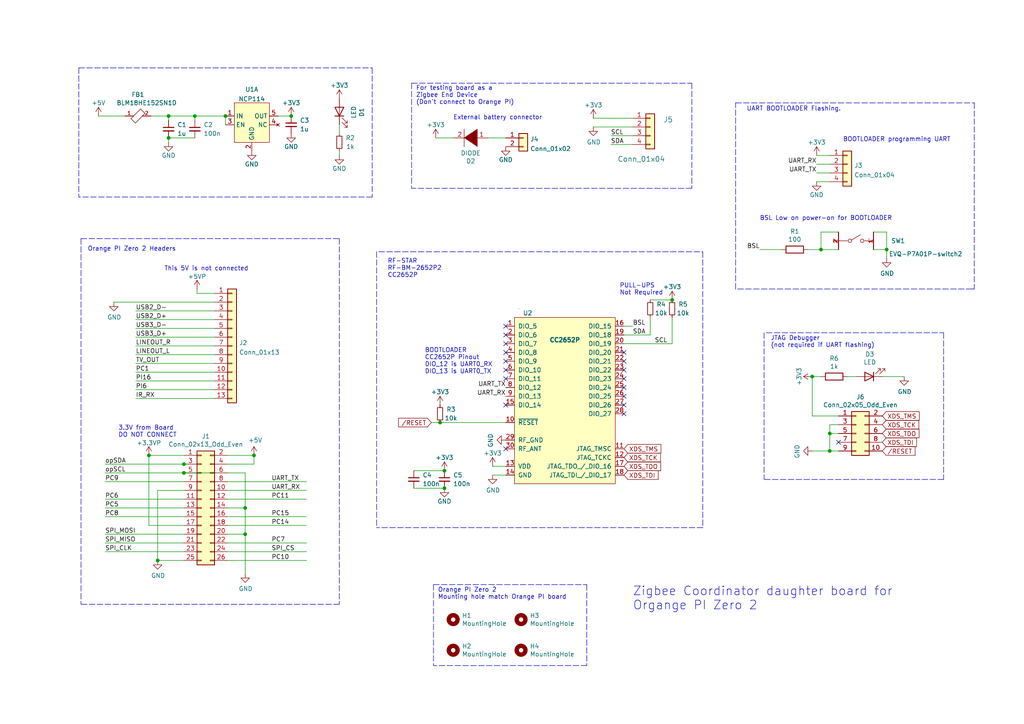
<source format=kicad_sch>
(kicad_sch (version 20211123) (generator eeschema)
  (paper "A4")
  (title_block (title "Zigbee Coordinator CC2562P w/ Orange PI zero 2") (date "2022-01-05"))
  (lib_symbols
    (symbol "Connector_Generic:Conn_01x02" (pin_names (offset 1.016) hide)
      (property "Reference" "J" (at 0 2.54 0))
      (property "Value" "Conn_01x02" (at 0 -5.08 0))
      (symbol "Conn_01x02_1_1"
        (rectangle (start -1.27 -2.413) (end 0 -2.667) (stroke (width 0.1524)))
        (rectangle (start -1.27 0.127) (end 0 -0.127) (stroke (width 0.1524)))
        (rectangle (start -1.27 1.27) (end 1.27 -3.81) (stroke (width 0.254)) (fill (type background)))
        (pin passive line (at -5.08 0 0) (length 3.81) (name "Pin_1") (number "1"))
        (pin passive line (at -5.08 -2.54 0) (length 3.81) (name "Pin_2") (number "2"))
      )
    )
    (symbol "Connector_Generic:Conn_01x04" (pin_names (offset 1.016) hide)
      (property "Reference" "J" (at 0 5.08 0))
      (property "Value" "Conn_01x04" (at 0 -7.62 0))
      (symbol "Conn_01x04_1_1"
        (rectangle (start -1.27 -4.953) (end 0 -5.207) (stroke (width 0.1524)))
        (rectangle (start -1.27 -2.413) (end 0 -2.667) (stroke (width 0.1524)))
        (rectangle (start -1.27 0.127) (end 0 -0.127) (stroke (width 0.1524)))
        (rectangle (start -1.27 2.667) (end 0 2.413) (stroke (width 0.1524)))
        (rectangle (start -1.27 3.81) (end 1.27 -6.35) (stroke (width 0.254)) (fill (type background)))
        (pin passive line (at -5.08 2.54 0) (length 3.81) (name "Pin_1") (number "1"))
        (pin passive line (at -5.08 0 0) (length 3.81) (name "Pin_2") (number "2"))
        (pin passive line (at -5.08 -2.54 0) (length 3.81) (name "Pin_3") (number "3"))
        (pin passive line (at -5.08 -5.08 0) (length 3.81) (name "Pin_4") (number "4"))
      )
    )
    (symbol "Connector_Generic:Conn_01x13" (pin_names (offset 1.016) hide)
      (property "Reference" "J" (at 0 17.78 0))
      (property "Value" "Conn_01x13" (at 0 -17.78 0))
      (symbol "Conn_01x13_1_1"
        (rectangle (start -1.27 -15.113) (end 0 -15.367) (stroke (width 0.1524)))
        (rectangle (start -1.27 -12.573) (end 0 -12.827) (stroke (width 0.1524)))
        (rectangle (start -1.27 -10.033) (end 0 -10.287) (stroke (width 0.1524)))
        (rectangle (start -1.27 -7.493) (end 0 -7.747) (stroke (width 0.1524)))
        (rectangle (start -1.27 -4.953) (end 0 -5.207) (stroke (width 0.1524)))
        (rectangle (start -1.27 -2.413) (end 0 -2.667) (stroke (width 0.1524)))
        (rectangle (start -1.27 0.127) (end 0 -0.127) (stroke (width 0.1524)))
        (rectangle (start -1.27 2.667) (end 0 2.413) (stroke (width 0.1524)))
        (rectangle (start -1.27 5.207) (end 0 4.953) (stroke (width 0.1524)))
        (rectangle (start -1.27 7.747) (end 0 7.493) (stroke (width 0.1524)))
        (rectangle (start -1.27 10.287) (end 0 10.033) (stroke (width 0.1524)))
        (rectangle (start -1.27 12.827) (end 0 12.573) (stroke (width 0.1524)))
        (rectangle (start -1.27 15.367) (end 0 15.113) (stroke (width 0.1524)))
        (rectangle (start -1.27 16.51) (end 1.27 -16.51) (stroke (width 0.254)) (fill (type background)))
        (pin passive line (at -5.08 15.24 0) (length 3.81) (name "Pin_1") (number "1"))
        (pin passive line (at -5.08 -7.62 0) (length 3.81) (name "Pin_10") (number "10"))
        (pin passive line (at -5.08 -10.16 0) (length 3.81) (name "Pin_11") (number "11"))
        (pin passive line (at -5.08 -12.7 0) (length 3.81) (name "Pin_12") (number "12"))
        (pin passive line (at -5.08 -15.24 0) (length 3.81) (name "Pin_13") (number "13"))
        (pin passive line (at -5.08 12.7 0) (length 3.81) (name "Pin_2") (number "2"))
        (pin passive line (at -5.08 10.16 0) (length 3.81) (name "Pin_3") (number "3"))
        (pin passive line (at -5.08 7.62 0) (length 3.81) (name "Pin_4") (number "4"))
        (pin passive line (at -5.08 5.08 0) (length 3.81) (name "Pin_5") (number "5"))
        (pin passive line (at -5.08 2.54 0) (length 3.81) (name "Pin_6") (number "6"))
        (pin passive line (at -5.08 0 0) (length 3.81) (name "Pin_7") (number "7"))
        (pin passive line (at -5.08 -2.54 0) (length 3.81) (name "Pin_8") (number "8"))
        (pin passive line (at -5.08 -5.08 0) (length 3.81) (name "Pin_9") (number "9"))
      )
    )
    (symbol "Connector_Generic:Conn_02x05_Odd_Even" (pin_names (offset 1.016) hide)
      (property "Reference" "J" (at 1.27 7.62 0))
      (property "Value" "Conn_02x05_Odd_Even" (at 1.27 -7.62 0))
      (symbol "Conn_02x05_Odd_Even_1_1"
        (rectangle (start -1.27 -4.953) (end 0 -5.207) (stroke (width 0.1524)))
        (rectangle (start -1.27 -2.413) (end 0 -2.667) (stroke (width 0.1524)))
        (rectangle (start -1.27 0.127) (end 0 -0.127) (stroke (width 0.1524)))
        (rectangle (start -1.27 2.667) (end 0 2.413) (stroke (width 0.1524)))
        (rectangle (start -1.27 5.207) (end 0 4.953) (stroke (width 0.1524)))
        (rectangle (start -1.27 6.35) (end 3.81 -6.35) (stroke (width 0.254)) (fill (type background)))
        (rectangle (start 3.81 -4.953) (end 2.54 -5.207) (stroke (width 0.1524)))
        (rectangle (start 3.81 -2.413) (end 2.54 -2.667) (stroke (width 0.1524)))
        (rectangle (start 3.81 0.127) (end 2.54 -0.127) (stroke (width 0.1524)))
        (rectangle (start 3.81 2.667) (end 2.54 2.413) (stroke (width 0.1524)))
        (rectangle (start 3.81 5.207) (end 2.54 4.953) (stroke (width 0.1524)))
        (pin passive line (at -5.08 5.08 0) (length 3.81) (name "Pin_1") (number "1"))
        (pin passive line (at 7.62 -5.08 180) (length 3.81) (name "Pin_10") (number "10"))
        (pin passive line (at 7.62 5.08 180) (length 3.81) (name "Pin_2") (number "2"))
        (pin passive line (at -5.08 2.54 0) (length 3.81) (name "Pin_3") (number "3"))
        (pin passive line (at 7.62 2.54 180) (length 3.81) (name "Pin_4") (number "4"))
        (pin passive line (at -5.08 0 0) (length 3.81) (name "Pin_5") (number "5"))
        (pin passive line (at 7.62 0 180) (length 3.81) (name "Pin_6") (number "6"))
        (pin passive line (at -5.08 -2.54 0) (length 3.81) (name "Pin_7") (number "7"))
        (pin passive line (at 7.62 -2.54 180) (length 3.81) (name "Pin_8") (number "8"))
        (pin passive line (at -5.08 -5.08 0) (length 3.81) (name "Pin_9") (number "9"))
      )
    )
    (symbol "Connector_Generic:Conn_02x13_Odd_Even" (pin_names (offset 1.016) hide)
      (property "Reference" "J" (at 1.27 17.78 0))
      (property "Value" "Conn_02x13_Odd_Even" (at 1.27 -17.78 0))
      (symbol "Conn_02x13_Odd_Even_1_1"
        (rectangle (start -1.27 -15.113) (end 0 -15.367) (stroke (width 0.1524)))
        (rectangle (start -1.27 -12.573) (end 0 -12.827) (stroke (width 0.1524)))
        (rectangle (start -1.27 -10.033) (end 0 -10.287) (stroke (width 0.1524)))
        (rectangle (start -1.27 -7.493) (end 0 -7.747) (stroke (width 0.1524)))
        (rectangle (start -1.27 -4.953) (end 0 -5.207) (stroke (width 0.1524)))
        (rectangle (start -1.27 -2.413) (end 0 -2.667) (stroke (width 0.1524)))
        (rectangle (start -1.27 0.127) (end 0 -0.127) (stroke (width 0.1524)))
        (rectangle (start -1.27 2.667) (end 0 2.413) (stroke (width 0.1524)))
        (rectangle (start -1.27 5.207) (end 0 4.953) (stroke (width 0.1524)))
        (rectangle (start -1.27 7.747) (end 0 7.493) (stroke (width 0.1524)))
        (rectangle (start -1.27 10.287) (end 0 10.033) (stroke (width 0.1524)))
        (rectangle (start -1.27 12.827) (end 0 12.573) (stroke (width 0.1524)))
        (rectangle (start -1.27 15.367) (end 0 15.113) (stroke (width 0.1524)))
        (rectangle (start -1.27 16.51) (end 3.81 -16.51) (stroke (width 0.254)) (fill (type background)))
        (rectangle (start 3.81 -15.113) (end 2.54 -15.367) (stroke (width 0.1524)))
        (rectangle (start 3.81 -12.573) (end 2.54 -12.827) (stroke (width 0.1524)))
        (rectangle (start 3.81 -10.033) (end 2.54 -10.287) (stroke (width 0.1524)))
        (rectangle (start 3.81 -7.493) (end 2.54 -7.747) (stroke (width 0.1524)))
        (rectangle (start 3.81 -4.953) (end 2.54 -5.207) (stroke (width 0.1524)))
        (rectangle (start 3.81 -2.413) (end 2.54 -2.667) (stroke (width 0.1524)))
        (rectangle (start 3.81 0.127) (end 2.54 -0.127) (stroke (width 0.1524)))
        (rectangle (start 3.81 2.667) (end 2.54 2.413) (stroke (width 0.1524)))
        (rectangle (start 3.81 5.207) (end 2.54 4.953) (stroke (width 0.1524)))
        (rectangle (start 3.81 7.747) (end 2.54 7.493) (stroke (width 0.1524)))
        (rectangle (start 3.81 10.287) (end 2.54 10.033) (stroke (width 0.1524)))
        (rectangle (start 3.81 12.827) (end 2.54 12.573) (stroke (width 0.1524)))
        (rectangle (start 3.81 15.367) (end 2.54 15.113) (stroke (width 0.1524)))
        (pin passive line (at -5.08 15.24 0) (length 3.81) (name "Pin_1") (number "1"))
        (pin passive line (at 7.62 5.08 180) (length 3.81) (name "Pin_10") (number "10"))
        (pin passive line (at -5.08 2.54 0) (length 3.81) (name "Pin_11") (number "11"))
        (pin passive line (at 7.62 2.54 180) (length 3.81) (name "Pin_12") (number "12"))
        (pin passive line (at -5.08 0 0) (length 3.81) (name "Pin_13") (number "13"))
        (pin passive line (at 7.62 0 180) (length 3.81) (name "Pin_14") (number "14"))
        (pin passive line (at -5.08 -2.54 0) (length 3.81) (name "Pin_15") (number "15"))
        (pin passive line (at 7.62 -2.54 180) (length 3.81) (name "Pin_16") (number "16"))
        (pin passive line (at -5.08 -5.08 0) (length 3.81) (name "Pin_17") (number "17"))
        (pin passive line (at 7.62 -5.08 180) (length 3.81) (name "Pin_18") (number "18"))
        (pin passive line (at -5.08 -7.62 0) (length 3.81) (name "Pin_19") (number "19"))
        (pin passive line (at 7.62 15.24 180) (length 3.81) (name "Pin_2") (number "2"))
        (pin passive line (at 7.62 -7.62 180) (length 3.81) (name "Pin_20") (number "20"))
        (pin passive line (at -5.08 -10.16 0) (length 3.81) (name "Pin_21") (number "21"))
        (pin passive line (at 7.62 -10.16 180) (length 3.81) (name "Pin_22") (number "22"))
        (pin passive line (at -5.08 -12.7 0) (length 3.81) (name "Pin_23") (number "23"))
        (pin passive line (at 7.62 -12.7 180) (length 3.81) (name "Pin_24") (number "24"))
        (pin passive line (at -5.08 -15.24 0) (length 3.81) (name "Pin_25") (number "25"))
        (pin passive line (at 7.62 -15.24 180) (length 3.81) (name "Pin_26") (number "26"))
        (pin passive line (at -5.08 12.7 0) (length 3.81) (name "Pin_3") (number "3"))
        (pin passive line (at 7.62 12.7 180) (length 3.81) (name "Pin_4") (number "4"))
        (pin passive line (at -5.08 10.16 0) (length 3.81) (name "Pin_5") (number "5"))
        (pin passive line (at 7.62 10.16 180) (length 3.81) (name "Pin_6") (number "6"))
        (pin passive line (at -5.08 7.62 0) (length 3.81) (name "Pin_7") (number "7"))
        (pin passive line (at 7.62 7.62 180) (length 3.81) (name "Pin_8") (number "8"))
        (pin passive line (at -5.08 5.08 0) (length 3.81) (name "Pin_9") (number "9"))
      )
    )
    (symbol "Device:C_Small" (pin_numbers hide) (pin_names (offset 0.254) hide)
      (property "Reference" "C" (at 0.254 1.778 0))
      (property "Value" "C_Small" (at 0.254 -2.032 0))
      (symbol "C_Small_0_1"
        (polyline (pts (xy -1.524 -0.508) (xy 1.524 -0.508)) (stroke (width 0.3302)))
        (polyline (pts (xy -1.524 0.508) (xy 1.524 0.508)) (stroke (width 0.3048)))
      )
      (symbol "C_Small_1_1"
        (pin passive line (at 0 2.54 270) (length 2.032) (name "~") (number "1"))
        (pin passive line (at 0 -2.54 90) (length 2.032) (name "~") (number "2"))
      )
    )
    (symbol "Device:LED" (pin_numbers hide) (pin_names (offset 1.016) hide)
      (property "Reference" "D" (at 0 2.54 0))
      (property "Value" "LED" (at 0 -2.54 0))
      (symbol "LED_0_1"
        (polyline (pts (xy -1.27 -1.27) (xy -1.27 1.27)) (stroke (width 0.254)))
        (polyline (pts (xy -1.27 0) (xy 1.27 0)))
        (polyline (pts (xy 1.27 -1.27) (xy 1.27 1.27) (xy -1.27 0) (xy 1.27 -1.27)) (stroke (width 0.254)))
        (polyline (pts (xy -3.048 -0.762) (xy -4.572 -2.286) (xy -3.81 -2.286) (xy -4.572 -2.286) (xy -4.572 -1.524)))
        (polyline (pts (xy -1.778 -0.762) (xy -3.302 -2.286) (xy -2.54 -2.286) (xy -3.302 -2.286) (xy -3.302 -1.524)))
      )
      (symbol "LED_1_1"
        (pin passive line (at -3.81 0 0) (length 2.54) (name "K") (number "1"))
        (pin passive line (at 3.81 0 180) (length 2.54) (name "A") (number "2"))
      )
    )
    (symbol "Device:R" (pin_numbers hide) (pin_names (offset 0))
      (property "Reference" "R" (at 2.032 0 90))
      (property "Value" "R" (at 0 0 90))
      (symbol "R_0_1"
        (rectangle (start -1.016 -2.54) (end 1.016 2.54) (stroke (width 0.254)))
      )
      (symbol "R_1_1"
        (pin passive line (at 0 3.81 270) (length 1.27) (name "~") (number "1"))
        (pin passive line (at 0 -3.81 90) (length 1.27) (name "~") (number "2"))
      )
    )
    (symbol "Device:R_Small" (pin_numbers hide) (pin_names (offset 0.254) hide)
      (property "Reference" "R" (at 0.762 0.508 0))
      (property "Value" "R_Small" (at 0.762 -1.016 0))
      (symbol "R_Small_0_1"
        (rectangle (start -0.762 1.778) (end 0.762 -1.778) (stroke (width 0.2032)))
      )
      (symbol "R_Small_1_1"
        (pin passive line (at 0 2.54 270) (length 0.762) (name "~") (number "1"))
        (pin passive line (at 0 -2.54 90) (length 0.762) (name "~") (number "2"))
      )
    )
    (symbol "Mechanical:MountingHole" (pin_names (offset 1.016))
      (property "Reference" "H" (at 0 5.08 0))
      (property "Value" "MountingHole" (at 0 3.175 0))
      (symbol "MountingHole_0_1"
        (circle (center 0 0) (radius 1.27) (stroke (width 1.27)))
      )
    )
    (symbol "cc2652_module_rf_star:EVQ-P7A01P-switch2" (pin_names (offset 1.016))
      (property "Reference" "SW" (at 0 0 0))
      (property "Value" "EVQ-P7A01P-switch2" (at 0 2.54 0))
      (symbol "EVQ-P7A01P-switch2_1_1"
        (polyline (pts (xy 0 -5.08) (xy 2.54 -5.08)))
        (polyline (pts (xy 3.81 -4.826) (xy 6.35 -3.302)))
        (polyline (pts (xy 10.16 -5.08) (xy 7.62 -5.08)))
        (circle (center 3.302 -5.08) (radius 0.508))
        (circle (center 6.858 -5.08) (radius 0.508))
        (pin passive line (at 10.16 -7.62 90) (length 5.08) (name "1") (number "1"))
        (pin passive line (at 10.16 -2.54 270) (length 5.08) (name "1'") (number "1'"))
        (pin passive line (at 0 -7.62 90) (length 5.08) (name "2") (number "2"))
        (pin passive line (at 0 -2.54 270) (length 5.08) (name "2'") (number "2'"))
      )
    )
    (symbol "daughter_board:BLM18HE152SN1D" (pin_names (offset 1.016))
      (property "Reference" "FB" (at 0 5.08 0))
      (property "Value" "BLM18HE152SN1D" (at 0 7.62 0))
      (symbol "BLM18HE152SN1D_1_1"
        (polyline (pts (xy 4.318 -0.762) (xy 7.112 2.032)))
        (polyline (pts (xy 5.588 -2.032) (xy 4.318 -0.762)))
        (polyline (pts (xy 5.588 -2.032) (xy 8.382 0.762)))
        (polyline (pts (xy 7.112 2.032) (xy 8.382 0.762)))
        (pin passive line (at 2.54 0 0) (length 2.54) (name "1") (number "1"))
        (pin passive line (at 10.16 0 180) (length 2.54) (name "2") (number "2"))
      )
    )
    (symbol "power:+3.3V" (power) (pin_names (offset 0))
      (property "Value" "+3.3V" (at 0 3.556 0))
      (symbol "+3.3V_0_1"
        (polyline (pts (xy -0.762 1.27) (xy 0 2.54)))
        (polyline (pts (xy 0 0) (xy 0 2.54)))
        (polyline (pts (xy 0 2.54) (xy 0.762 1.27)))
      )
      (symbol "+3.3V_1_1"
        (pin power_in line (at 0 0 90) (length 0) hide (name "+3V3") (number "1"))
      )
    )
    (symbol "power:+3.3VP" (power) (pin_names (offset 0))
      (property "Value" "+3.3VP" (at 0 2.54 0))
      (symbol "+3.3VP_0_0"
        (pin power_in line (at 0 0 90) (length 0) hide (name "+3.3VP") (number "1"))
      )
      (symbol "+3.3VP_0_1"
        (polyline (pts (xy -0.762 1.27) (xy 0 2.54)))
        (polyline (pts (xy 0 0) (xy 0 2.54)))
        (polyline (pts (xy 0 2.54) (xy 0.762 1.27)))
      )
    )
    (symbol "power:+5V" (power) (pin_names (offset 0))
      (property "Value" "+5V" (at 0 3.556 0))
      (symbol "+5V_0_1"
        (polyline (pts (xy -0.762 1.27) (xy 0 2.54)))
        (polyline (pts (xy 0 0) (xy 0 2.54)))
        (polyline (pts (xy 0 2.54) (xy 0.762 1.27)))
      )
      (symbol "+5V_1_1"
        (pin power_in line (at 0 0 90) (length 0) hide (name "+5V") (number "1"))
      )
    )
    (symbol "power:+5VP" (power) (pin_names (offset 0))
      (property "Value" "+5VP" (at 0 3.556 0))
      (symbol "+5VP_0_1"
        (polyline (pts (xy -0.762 1.27) (xy 0 2.54)))
        (polyline (pts (xy 0 0) (xy 0 2.54)))
        (polyline (pts (xy 0 2.54) (xy 0.762 1.27)))
      )
      (symbol "+5VP_1_1"
        (pin power_in line (at 0 0 90) (length 0) hide (name "+5VP") (number "1"))
      )
    )
    (symbol "power:GND" (power) (pin_names (offset 0))
      (property "Value" "GND" (at 0 -3.81 0))
      (symbol "GND_0_1"
        (polyline (pts (xy 0 0) (xy 0 -1.27) (xy 1.27 -1.27) (xy 0 -2.54) (xy -1.27 -1.27) (xy 0 -1.27)))
      )
      (symbol "GND_1_1"
        (pin power_in line (at 0 0 270) (length 0) hide (name "GND") (number "1"))
      )
    )
    (symbol "pspice:DIODE" (pin_names (offset 1.016) hide)
      (property "Reference" "D" (at 0 3.81 0))
      (property "Value" "DIODE" (at 0 -4.445 0))
      (symbol "DIODE_0_1"
        (polyline (pts (xy 1.905 2.54) (xy 1.905 -2.54)))
        (polyline (pts (xy -1.905 2.54) (xy -1.905 -2.54) (xy 1.905 0)) (fill (type outline)))
      )
      (symbol "DIODE_1_1"
        (pin input line (at -5.08 0 0) (length 3.81) (name "K") (number "1"))
        (pin input line (at 5.08 0 180) (length 3.81) (name "A") (number "2"))
      )
    )
    (symbol "sensorlab:CC2652P" (pin_names (offset 1.016))
      (property "Reference" "U?" (at -10.16 22.86 0))
      (property "Value" "CC2652P" (at 0.635 15.0688 0))
      (symbol "CC2652P_0_1"
        (rectangle (start -13.97 21.59) (end 15.24 -26.67) (fill (type background)))
        (rectangle (start -12.7 24.13) (end -12.7 24.13))
      )
      (symbol "CC2652P_1_1"
        (pin bidirectional line (at -16.51 19.05 0) (length 2.54) (name "DIO_5") (number "1"))
        (pin input line (at -16.51 -8.89 0) (length 2.54) (name "~{RESET}") (number "10"))
        (pin bidirectional line (at 17.78 -16.51 180) (length 2.54) (name "JTAG_TMSC") (number "11"))
        (pin input line (at 17.78 -19.05 180) (length 2.54) (name "JTAG_TCKC") (number "12"))
        (pin input line (at -16.51 -21.59 0) (length 2.54) (name "VDD") (number "13"))
        (pin input line (at -16.51 -24.13 0) (length 2.54) (name "GND") (number "14"))
        (pin bidirectional line (at -16.51 -3.81 0) (length 2.54) (name "DIO_14") (number "15"))
        (pin bidirectional line (at 17.78 19.05 180) (length 2.54) (name "DIO_15") (number "16"))
        (pin bidirectional line (at 17.78 -21.59 180) (length 2.54) (name "JTAG_TDO_/_DIO_16") (number "17"))
        (pin bidirectional line (at 17.78 -24.13 180) (length 2.54) (name "JTAG_TDI_/_DIO_17") (number "18"))
        (pin bidirectional line (at 17.78 16.51 180) (length 2.54) (name "DIO_18") (number "19"))
        (pin bidirectional line (at -16.51 16.51 0) (length 2.54) (name "DIO_6") (number "2"))
        (pin bidirectional line (at 17.78 13.97 180) (length 2.54) (name "DIO_19") (number "20"))
        (pin bidirectional line (at 17.78 11.43 180) (length 2.54) (name "DIO_20") (number "21"))
        (pin bidirectional line (at 17.78 8.89 180) (length 2.54) (name "DIO_21") (number "22"))
        (pin bidirectional line (at 17.78 6.35 180) (length 2.54) (name "DIO_22") (number "23"))
        (pin bidirectional line (at 17.78 3.81 180) (length 2.54) (name "DIO_23") (number "24"))
        (pin bidirectional line (at 17.78 1.27 180) (length 2.54) (name "DIO_24") (number "25"))
        (pin bidirectional line (at 17.78 -1.27 180) (length 2.54) (name "DIO_25") (number "26"))
        (pin bidirectional line (at 17.78 -3.81 180) (length 2.54) (name "DIO_26") (number "27"))
        (pin bidirectional line (at 17.78 -6.35 180) (length 2.54) (name "DIO_27") (number "28"))
        (pin bidirectional line (at -16.51 -13.97 0) (length 2.54) (name "RF_GND") (number "29"))
        (pin bidirectional line (at -16.51 13.97 0) (length 2.54) (name "DIO_7") (number "3"))
        (pin bidirectional line (at -16.51 -16.51 0) (length 2.54) (name "RF_ANT") (number "30"))
        (pin bidirectional line (at -16.51 11.43 0) (length 2.54) (name "DIO_8") (number "4"))
        (pin bidirectional line (at -16.51 8.89 0) (length 2.54) (name "DIO_9") (number "5"))
        (pin bidirectional line (at -16.51 6.35 0) (length 2.54) (name "DIO_10") (number "6"))
        (pin bidirectional line (at -16.51 3.81 0) (length 2.54) (name "DIO_11") (number "7"))
        (pin bidirectional line (at -16.51 1.27 0) (length 2.54) (name "DIO_12") (number "8"))
        (pin bidirectional line (at -16.51 -1.27 0) (length 2.54) (name "DIO_13") (number "9"))
      )
    )
    (symbol "sensorlab:NCP114"
      (property "Reference" "U" (at -2.54 1.27 0))
      (property "Value" "NCP114" (at 1.27 -1.27 0))
      (symbol "NCP114_0_1"
        (rectangle (start -3.81 0) (end 6.35 -11.43) (stroke (width 0.1524)) (fill (type background)))
      )
      (symbol "NCP114_1_1"
        (pin power_in line (at -6.35 -3.81 0) (length 2.54) (name "IN") (number "1"))
        (pin output line (at 1.27 -13.97 90) (length 2.54) (name "GND") (number "2"))
        (pin input line (at -6.35 -6.35 0) (length 2.54) (name "EN") (number "3"))
        (pin no_connect line (at 8.89 -6.35 180) (length 2.54) (name "NC") (number "4"))
        (pin power_out line (at 8.89 -3.81 180) (length 2.54) (name "OUT") (number "5"))
      )
      (symbol "NCP114_2_1"
        (pin power_in line (at -6.35 -3.81 0) (length 2.54) (name "IN") (number "1-UB"))
        (pin input line (at -6.35 -6.35 0) (length 2.54) (name "EN") (number "2-UB"))
        (pin output line (at 1.27 -13.97 90) (length 2.54) (name "GND") (number "2-UB"))
        (pin no_connect line (at 8.89 -6.35 180) (length 2.54) (name "NC") (number "4-UB"))
        (pin power_out line (at 8.89 -3.81 180) (length 2.54) (name "OUT") (number "5-UB"))
      )
      (symbol "NCP114_3_1"
        (pin power_in line (at -6.35 -3.81 0) (length 2.54) (name "IN") (number "1-UC"))
        (pin input line (at -6.35 -6.35 0) (length 2.54) (name "EN") (number "2-UC"))
        (pin output line (at 1.27 -13.97 90) (length 2.54) (name "GND") (number "2-UC"))
        (pin no_connect line (at 8.89 -6.35 180) (length 2.54) (name "NC") (number "4-UC"))
        (pin power_out line (at 8.89 -3.81 180) (length 2.54) (name "OUT") (number "5-UC"))
      )
      (symbol "NCP114_4_1"
        (pin power_in line (at -6.35 -3.81 0) (length 2.54) (name "IN") (number "1-UD"))
        (pin input line (at -6.35 -6.35 0) (length 2.54) (name "EN") (number "2-UD"))
        (pin output line (at 1.27 -13.97 90) (length 2.54) (name "GND") (number "2-UD"))
        (pin no_connect line (at 8.89 -6.35 180) (length 2.54) (name "NC") (number "4-UD"))
        (pin power_out line (at 8.89 -3.81 180) (length 2.54) (name "OUT") (number "5-UD"))
      )
      (symbol "NCP114_5_1"
        (pin power_in line (at -6.35 -3.81 0) (length 2.54) (name "IN") (number "1-UE"))
        (pin input line (at -6.35 -6.35 0) (length 2.54) (name "EN") (number "2-UE"))
        (pin output line (at 1.27 -13.97 90) (length 2.54) (name "GND") (number "2-UE"))
        (pin no_connect line (at 8.89 -6.35 180) (length 2.54) (name "NC") (number "4-UE"))
        (pin power_out line (at 8.89 -3.81 180) (length 2.54) (name "OUT") (number "5-UE"))
      )
    )
  )
  (junction (at 71.12 147.32))
  (junction (at 194.945 86.995))
  (junction (at 43.18 132.08))
  (junction (at 235.585 109.22))
  (junction (at 53.34 134.62))
  (junction (at 240.665 125.73))
  (junction (at 128.905 136.525))
  (junction (at 71.12 154.94))
  (junction (at 128.905 141.605))
  (junction (at 48.895 33.655))
  (junction (at 127.635 122.555))
  (junction (at 65.405 33.655))
  (junction (at 257.175 72.39))
  (junction (at 84.455 33.655))
  (junction (at 45.72 162.56))
  (junction (at 56.515 33.655))
  (junction (at 73.66 132.08))
  (junction (at 240.665 130.81))
  (junction (at 53.34 137.16))
  (junction (at 48.895 40.005))
  (junction (at 238.125 72.39))
  (no_connect (at 146.685 107.315))
  (no_connect (at 146.685 97.155))
  (no_connect (at 146.685 104.775))
  (no_connect (at 146.685 99.695))
  (no_connect (at 146.685 94.615))
  (no_connect (at 146.685 102.235))
  (no_connect (at 146.685 109.855))
  (no_connect (at 146.685 117.475))
  (no_connect (at 180.975 104.775))
  (no_connect (at 180.975 107.315))
  (no_connect (at 180.975 109.855))
  (no_connect (at 180.975 120.015))
  (no_connect (at 180.975 114.935))
  (no_connect (at 180.975 112.395))
  (no_connect (at 180.975 117.475))
  (no_connect (at 243.205 128.27))
  (no_connect (at 180.975 102.235))
  (no_connect (at 146.685 130.175))
  (wire (pts (xy 236.855 45.085) (xy 240.665 45.085)))
  (wire (pts (xy 177.165 39.37) (xy 183.515 39.37)))
  (polyline (pts (xy 119.38 24.13) (xy 200.66 24.13)))
  (polyline (pts (xy 213.36 83.82) (xy 213.36 29.845)))
  (polyline (pts (xy 98.425 175.26) (xy 23.495 175.26)))
  (wire (pts (xy 88.9 162.56) (xy 66.04 162.56)))
  (wire (pts (xy 30.48 134.62) (xy 53.34 134.62)))
  (wire (pts (xy 125.095 122.555) (xy 127.635 122.555)))
  (wire (pts (xy 56.515 33.655) (xy 65.405 33.655)))
  (wire (pts (xy 66.04 134.62) (xy 73.66 134.62)))
  (wire (pts (xy 131.445 40.005) (xy 126.365 40.005)))
  (polyline (pts (xy 109.22 73.025) (xy 109.22 153.035)))
  (wire (pts (xy 56.515 33.655) (xy 56.515 34.925)))
  (wire (pts (xy 235.585 109.22) (xy 238.125 109.22)))
  (polyline (pts (xy 200.66 54.61) (xy 119.38 54.61)))
  (polyline (pts (xy 23.495 69.215) (xy 23.495 175.26)))
  (wire (pts (xy 243.205 130.81) (xy 240.665 130.81)))
  (wire (pts (xy 235.585 130.81) (xy 240.665 130.81)))
  (wire (pts (xy 177.165 41.91) (xy 183.515 41.91)))
  (wire (pts (xy 45.72 142.24) (xy 53.34 142.24)))
  (wire (pts (xy 62.23 105.41) (xy 39.37 105.41)))
  (wire (pts (xy 88.9 152.4) (xy 66.04 152.4)))
  (wire (pts (xy 180.975 99.695) (xy 194.945 99.695)))
  (wire (pts (xy 71.12 147.32) (xy 71.12 137.16)))
  (wire (pts (xy 243.205 123.19) (xy 240.665 123.19)))
  (polyline (pts (xy 22.86 19.685) (xy 22.86 57.15)))
  (wire (pts (xy 48.895 33.655) (xy 56.515 33.655)))
  (wire (pts (xy 30.48 137.16) (xy 53.34 137.16)))
  (wire (pts (xy 62.23 102.87) (xy 39.37 102.87)))
  (wire (pts (xy 71.12 137.16) (xy 66.04 137.16)))
  (wire (pts (xy 71.12 154.94) (xy 71.12 147.32)))
  (wire (pts (xy 240.665 123.19) (xy 240.665 125.73)))
  (wire (pts (xy 127.635 122.555) (xy 146.685 122.555)))
  (polyline (pts (xy 109.855 73.025) (xy 203.835 73.025)))
  (wire (pts (xy 236.855 47.625) (xy 240.665 47.625)))
  (wire (pts (xy 65.405 33.655) (xy 65.405 36.195)))
  (wire (pts (xy 88.9 160.02) (xy 66.04 160.02)))
  (polyline (pts (xy 213.36 29.845) (xy 282.575 29.845)))
  (wire (pts (xy 88.9 142.24) (xy 66.04 142.24)))
  (polyline (pts (xy 200.66 24.13) (xy 200.66 54.61)))
  (wire (pts (xy 62.23 115.57) (xy 39.37 115.57)))
  (polyline (pts (xy 221.615 96.52) (xy 221.615 139.065)))
  (wire (pts (xy 43.18 132.08) (xy 53.34 132.08)))
  (wire (pts (xy 188.595 97.155) (xy 180.975 97.155)))
  (wire (pts (xy 142.875 137.795) (xy 146.685 137.795)))
  (polyline (pts (xy 273.685 96.52) (xy 273.685 139.065)))
  (wire (pts (xy 73.66 132.08) (xy 66.04 132.08)))
  (polyline (pts (xy 222.25 96.52) (xy 273.685 96.52)))
  (wire (pts (xy 53.34 160.02) (xy 30.48 160.02)))
  (wire (pts (xy 255.905 109.22) (xy 262.255 109.22)))
  (wire (pts (xy 71.12 154.94) (xy 66.04 154.94)))
  (wire (pts (xy 253.365 72.39) (xy 257.175 72.39)))
  (polyline (pts (xy 22.86 19.685) (xy 107.95 19.685)))
  (wire (pts (xy 54.61 134.62) (xy 53.34 134.62)))
  (wire (pts (xy 240.665 125.73) (xy 240.665 130.81)))
  (wire (pts (xy 142.875 135.255) (xy 146.685 135.255)))
  (wire (pts (xy 234.315 72.39) (xy 238.125 72.39)))
  (wire (pts (xy 62.23 90.17) (xy 39.37 90.17)))
  (polyline (pts (xy 23.495 69.215) (xy 98.425 69.215)))
  (wire (pts (xy 57.15 85.09) (xy 57.15 83.82)))
  (wire (pts (xy 62.23 92.71) (xy 39.37 92.71)))
  (polyline (pts (xy 203.835 153.035) (xy 109.22 153.035)))
  (wire (pts (xy 53.34 149.86) (xy 30.48 149.86)))
  (polyline (pts (xy 170.18 169.545) (xy 170.18 193.04)))
  (wire (pts (xy 88.9 139.7) (xy 66.04 139.7)))
  (polyline (pts (xy 281.94 83.82) (xy 282.575 83.82)))
  (wire (pts (xy 71.12 166.37) (xy 71.12 154.94)))
  (wire (pts (xy 88.9 157.48) (xy 66.04 157.48)))
  (wire (pts (xy 53.34 154.94) (xy 30.48 154.94)))
  (wire (pts (xy 48.895 34.925) (xy 48.895 33.655)))
  (polyline (pts (xy 107.95 57.15) (xy 22.86 57.15)))
  (polyline (pts (xy 98.425 69.215) (xy 98.425 175.26)))
  (wire (pts (xy 45.72 162.56) (xy 45.72 142.24)))
  (wire (pts (xy 245.745 109.22) (xy 248.285 109.22)))
  (wire (pts (xy 33.02 87.63) (xy 62.23 87.63)))
  (wire (pts (xy 48.895 41.275) (xy 48.895 40.005)))
  (wire (pts (xy 53.34 147.32) (xy 30.48 147.32)))
  (wire (pts (xy 62.23 113.03) (xy 39.37 113.03)))
  (wire (pts (xy 238.125 72.39) (xy 243.205 72.39)))
  (wire (pts (xy 235.585 120.65) (xy 243.205 120.65)))
  (wire (pts (xy 98.425 45.085) (xy 98.425 43.815)))
  (polyline (pts (xy 282.575 29.845) (xy 282.575 83.82)))
  (wire (pts (xy 45.72 162.56) (xy 53.34 162.56)))
  (wire (pts (xy 73.66 134.62) (xy 73.66 132.08)))
  (wire (pts (xy 88.9 149.86) (xy 66.04 149.86)))
  (wire (pts (xy 243.205 67.31) (xy 238.125 67.31)))
  (wire (pts (xy 226.695 72.39) (xy 220.345 72.39)))
  (wire (pts (xy 172.085 34.29) (xy 183.515 34.29)))
  (wire (pts (xy 71.12 147.32) (xy 66.04 147.32)))
  (wire (pts (xy 180.975 94.615) (xy 183.515 94.615)))
  (wire (pts (xy 188.595 86.995) (xy 194.945 86.995)))
  (wire (pts (xy 194.945 92.075) (xy 194.945 99.695)))
  (polyline (pts (xy 203.835 73.025) (xy 203.835 153.035)))
  (wire (pts (xy 53.34 139.7) (xy 30.48 139.7)))
  (polyline (pts (xy 119.38 24.13) (xy 119.38 54.61)))
  (wire (pts (xy 48.895 40.005) (xy 56.515 40.005)))
  (wire (pts (xy 257.175 72.39) (xy 257.175 74.93)))
  (wire (pts (xy 243.205 125.73) (xy 240.665 125.73)))
  (wire (pts (xy 238.125 67.31) (xy 238.125 72.39)))
  (wire (pts (xy 62.23 137.16) (xy 53.34 137.16)))
  (wire (pts (xy 53.34 157.48) (xy 30.48 157.48)))
  (polyline (pts (xy 281.94 83.82) (xy 213.36 83.82)))
  (wire (pts (xy 98.425 36.195) (xy 98.425 38.735)))
  (polyline (pts (xy 170.18 193.04) (xy 125.73 193.04)))
  (wire (pts (xy 62.23 85.09) (xy 57.15 85.09)))
  (polyline (pts (xy 273.685 139.065) (xy 221.615 139.065)))
  (wire (pts (xy 172.085 36.83) (xy 183.515 36.83)))
  (wire (pts (xy 236.855 50.165) (xy 240.665 50.165)))
  (polyline (pts (xy 125.73 169.545) (xy 125.73 193.04)))
  (wire (pts (xy 62.23 110.49) (xy 39.37 110.49)))
  (wire (pts (xy 62.23 107.95) (xy 39.37 107.95)))
  (wire (pts (xy 146.685 40.005) (xy 141.605 40.005)))
  (polyline (pts (xy 125.73 169.545) (xy 170.18 169.545)))
  (wire (pts (xy 62.23 100.33) (xy 39.37 100.33)))
  (wire (pts (xy 48.895 33.655) (xy 43.815 33.655)))
  (wire (pts (xy 62.23 95.25) (xy 39.37 95.25)))
  (wire (pts (xy 120.015 136.525) (xy 128.905 136.525)))
  (wire (pts (xy 53.34 152.4) (xy 43.18 152.4)))
  (wire (pts (xy 88.9 144.78) (xy 66.04 144.78)))
  (wire (pts (xy 43.18 152.4) (xy 43.18 132.08)))
  (wire (pts (xy 84.455 33.655) (xy 80.645 33.655)))
  (wire (pts (xy 62.23 97.79) (xy 39.37 97.79)))
  (wire (pts (xy 188.595 92.075) (xy 188.595 97.155)))
  (wire (pts (xy 28.575 33.655) (xy 36.195 33.655)))
  (wire (pts (xy 257.175 67.31) (xy 257.175 72.39)))
  (wire (pts (xy 53.34 144.78) (xy 30.48 144.78)))
  (wire (pts (xy 120.015 141.605) (xy 128.905 141.605)))
  (wire (pts (xy 235.585 109.22) (xy 235.585 120.65)))
  (polyline (pts (xy 107.95 19.685) (xy 107.95 57.15)))
  (wire (pts (xy 253.365 67.31) (xy 257.175 67.31)))
  (wire (pts (xy 236.855 52.705) (xy 240.665 52.705)))
  (text "Zigbee Coordinator daughter board for\nOrgange PI Zero 2 \n" (at 183.515 177.165 0) (effects (font (size 2.54 2.54)) (justify left bottom)))
  (text "BOOTLOADER\nCC2652P Pinout\nDIO_12 is UART0_RX\nDIO_13 is UART0_TX" (at 123.19 108.585 0) (effects (font (size 1.27 1.27)) (justify left bottom)))
  (text "Orange PI Zero 2 Headers" (at 25.4 73.025 0) (effects (font (size 1.27 1.27)) (justify left bottom)))
  (text "For testing board as a\nZigbee End Device\n(Don't connect to Orange PI)" (at 120.65 30.48 0) (effects (font (size 1.27 1.27)) (justify left bottom)))
  (text "UART BOOTLOADER Flashing." (at 216.535 32.385 0) (effects (font (size 1.27 1.27)) (justify left bottom)))
  (text "3.3V from Board \nDO NOT CONNECT" (at 34.29 127 0) (effects (font (size 1.27 1.27)) (justify left bottom)))
  (text "JTAG Debugger \n(not required if UART flashing)" (at 223.52 100.965 0) (effects (font (size 1.27 1.27)) (justify left bottom)))
  (text "BOOTLOADER programming UART" (at 244.475 41.275 0) (effects (font (size 1.27 1.27)) (justify left bottom)))
  (text "RF-STAR \nRF-BM-2652P2\nCC2652P" (at 112.395 80.645 0) (effects (font (size 1.27 1.27)) (justify left bottom)))
  (text "External battery connector" (at 131.445 34.925 0) (effects (font (size 1.27 1.27)) (justify left bottom)))
  (text "Orange PI Zero 2\nMounting hole match Orange PI board" (at 127 173.99 0) (effects (font (size 1.27 1.27)) (justify left bottom)))
  (text "This 5V is not connected" (at 47.625 78.74 0) (effects (font (size 1.27 1.27)) (justify left bottom)))
  (text "PULL-UPS\nNot Required" (at 179.705 85.725 0) (effects (font (size 1.27 1.27)) (justify left bottom)))
  (text "BSL Low on power-on for BOOTLOADER" (at 220.345 64.135 0) (effects (font (size 1.27 1.27)) (justify left bottom)))
  (label "LINEOUT_R" (at 39.37 100.33 0))
  (label "PC14" (at 78.74 152.4 0))
  (label "UART_TX" (at 146.685 112.395 180))
  (label "PC6" (at 30.48 144.78 0))
  (label "USB2_D+" (at 39.37 92.71 0))
  (label "BSL" (at 183.515 94.615 0))
  (label "PI6" (at 39.37 113.03 0))
  (label "PC10" (at 78.74 162.56 0))
  (label "USB3_D-" (at 39.37 95.25 0))
  (label "SCL" (at 189.865 99.695 0))
  (label "LINEOUT_L" (at 39.37 102.87 0))
  (label "PI16" (at 39.37 110.49 0))
  (label "SDA" (at 183.515 97.155 0))
  (label "UART_TX" (at 78.74 139.7 0))
  (label "TV_OUT" (at 39.37 105.41 0))
  (label "USB3_D+" (at 39.37 97.79 0))
  (label "UART_RX" (at 236.855 47.625 180))
  (label "UART_RX" (at 146.685 114.935 180))
  (label "SPI_MISO" (at 30.48 157.48 0))
  (label "SPI_CS" (at 78.74 160.02 0))
  (label "SCL" (at 177.165 39.37 0))
  (label "IR_RX" (at 39.37 115.57 0))
  (label "opSCL" (at 30.48 137.16 0))
  (label "SPI_MOSI" (at 30.48 154.94 0))
  (label "UART_RX" (at 78.74 142.24 0))
  (label "PC5" (at 30.48 147.32 0))
  (label "UART_TX" (at 236.855 50.165 180))
  (label "opSDA" (at 30.48 134.62 0))
  (label "SDA" (at 177.165 41.91 0))
  (label "PC8" (at 30.48 149.86 0))
  (label "PC15" (at 78.74 149.86 0))
  (label "PC9" (at 30.48 139.7 0))
  (label "SPI_CLK" (at 30.48 160.02 0))
  (label "PC7" (at 78.74 157.48 0))
  (label "PC1" (at 39.37 107.95 0))
  (label "USB2_D-" (at 39.37 90.17 0))
  (label "PC11" (at 78.74 144.78 0))
  (label "BSL" (at 220.345 72.39 180))
  (global_label "XDS_TCK" (shape input) (at 255.905 123.19 0) (property "Intersheet References" "${INTERSHEET_REFS}" (effects hide)))
  (global_label "XDS_TMS" (shape input) (at 255.905 120.65 0) (property "Intersheet References" "${INTERSHEET_REFS}" (effects hide)))
  (global_label "{slash}RESET" (shape input) (at 125.095 122.555 180) (property "Intersheet References" "${INTERSHEET_REFS}" (effects hide)))
  (global_label "XDS_TDI" (shape input) (at 180.975 137.795 0) (property "Intersheet References" "${INTERSHEET_REFS}" (effects hide)))
  (global_label "XDS_TCK" (shape input) (at 180.975 132.715 0) (property "Intersheet References" "${INTERSHEET_REFS}" (effects hide)))
  (global_label "XDS_TMS" (shape input) (at 180.975 130.175 0) (property "Intersheet References" "${INTERSHEET_REFS}" (effects hide)))
  (global_label "XDS_TDO" (shape input) (at 255.905 125.73 0) (property "Intersheet References" "${INTERSHEET_REFS}" (effects hide)))
  (global_label "XDS_TDO" (shape input) (at 180.975 135.255 0) (property "Intersheet References" "${INTERSHEET_REFS}" (effects hide)))
  (global_label "XDS_TDI" (shape input) (at 255.905 128.27 0) (property "Intersheet References" "${INTERSHEET_REFS}" (effects hide)))
  (global_label "{slash}RESET" (shape input) (at 255.905 130.81 0) (property "Intersheet References" "${INTERSHEET_REFS}" (effects hide)))
  (symbol (lib_id "power:+3.3V") (at 172.085 34.29 0) (unit 1)
    (property "Reference" "#PWR026" (effects hide))
    (property "Value" "+3.3V" (at 172.085 30.48 0))
  )
  (symbol (lib_id "cc2652_module_rf_star:EVQ-P7A01P-switch2") (at 243.205 64.77 0) (unit 1)
    (property "Reference" "SW1" (at 258.445 69.85 0) (effects (justify left)))
    (property "Value" "EVQ-P7A01P-switch2" (at 257.81 73.66 0) (effects (justify left)))
    (property "Footprint" "daughter_board:Panasonic-EVQ-P7A01P-0-0-MFG" (effects hide))
    (property "Datasheet" "https://industrial.panasonic.com/cdbs/www-data/pdf/ATK0000/ATK0000C378.pdf" (effects hide))
    (property "automotive" "No" (effects hide))
    (property "category" "Switch" (effects hide))
    (property "contact current rating" "50mA" (effects hide))
    (property "contact resistance" "500mΩ" (effects hide))
    (property "device class L1" "Electromechanical" (effects hide))
    (property "device class L2" "Switches" (effects hide))
    (property "device class L3" "Tactile Switches" (effects hide))
    (property "digikey description" "SWITCH TACTILE SPST-NO 0.05A 12V" (effects hide))
    (property "digikey part number" "P16763CT-ND" (effects hide))
    (property "electromechanical life" "100000Cycles" (effects hide))
    (property "height" "1.55mm" (effects hide))
    (property "lead free" "Yes" (effects hide))
    (property "library id" "2f293019bba4f771" (effects hide))
    (property "manufacturer" "Panasonic" (effects hide))
    (property "mount" "Surface Mount" (effects hide))
    (property "mouser description" "SWITCH TACTILE SPST-NO 0.05A 12V" (effects hide))
    (property "mouser part number" "667-EVQP7A01P" (effects hide))
    (property "operating force" "2.2N" (effects hide))
    (property "package" "SMT_SW_3MM5_2MM9" (effects hide))
    (property "rohs" "Yes" (effects hide))
    (property "temperature range high" "+70°C" (effects hide))
    (property "temperature range low" "-20°C" (effects hide))
    (property "throw configuration" "SPST-NO" (effects hide))
    (property "voltage rating DC" "12V" (effects hide))
  )
  (symbol (lib_id "pspice:DIODE") (at 136.525 40.005 180) (unit 1)
    (property "Reference" "D2" (at 136.525 46.736 0))
    (property "Value" "DIODE" (at 136.525 44.4246 0))
    (property "Footprint" "daughter_board:SOD-123FL" (effects hide))
  )
  (symbol (lib_id "power:+5VP") (at 57.15 83.82 0) (unit 1)
    (property "Reference" "#PWR0101" (effects hide))
    (property "Value" "+5VP" (at 57.15 80.2155 0))
  )
  (symbol (lib_id "power:GND") (at 98.425 45.085 0) (unit 1)
    (property "Reference" "#PWR013" (effects hide))
    (property "Value" "GND" (at 98.425 48.895 0))
  )
  (symbol (lib_id "Device:C_Small") (at 56.515 37.465 0) (unit 1)
    (property "Reference" "C2" (at 59.055 36.195 0) (effects (justify left)))
    (property "Value" "100n" (at 59.055 38.735 0) (effects (justify left)))
    (property "Footprint" "Capacitor_SMD:C_0805_2012Metric" (effects hide))
    (property "LCSC Part #" "C13585" (effects hide))
  )
  (symbol (lib_id "Mechanical:MountingHole") (at 131.445 188.595 0) (unit 1)
    (property "Reference" "H2" (at 133.985 187.4266 0) (effects (justify left)))
    (property "Value" "MountingHole" (at 133.985 189.738 0) (effects (justify left)))
    (property "Footprint" "MountingHole:MountingHole_2.7mm_M2.5_ISO14580_Pad" (effects hide))
  )
  (symbol (lib_id "Connector_Generic:Conn_02x13_Odd_Even") (at 58.42 147.32 0) (unit 1)
    (property "Reference" "J1" (at 59.69 126.5682 0))
    (property "Value" "Conn_02x13_Odd_Even" (at 59.69 128.8796 0))
    (property "Footprint" "Connector_PinHeader_2.54mm:PinHeader_2x13_P2.54mm_Vertical" (effects hide))
  )
  (symbol (lib_id "power:+3.3V") (at 128.905 136.525 0) (unit 1)
    (property "Reference" "#PWR015" (effects hide))
    (property "Value" "+3.3V" (at 128.905 132.715 0))
  )
  (symbol (lib_id "power:+3.3V") (at 127.635 117.475 0) (unit 1)
    (property "Reference" "#PWR014" (effects hide))
    (property "Value" "+3.3V" (at 127.635 113.665 0))
  )
  (symbol (lib_id "Device:R") (at 241.935 109.22 270) (unit 1)
    (property "Reference" "R6" (at 241.935 103.9622 90))
    (property "Value" "1k" (at 241.935 106.2736 90))
    (property "Footprint" "Resistor_SMD:R_0805_2012Metric" (effects hide))
  )
  (symbol (lib_id "power:+3.3V") (at 235.585 109.22 90) (unit 1)
    (property "Reference" "#PWR028" (effects hide))
    (property "Value" "+3.3V" (at 231.775 109.22 0))
  )
  (symbol (lib_id "Mechanical:MountingHole") (at 131.445 179.705 0) (unit 1)
    (property "Reference" "H1" (at 133.985 178.5366 0) (effects (justify left)))
    (property "Value" "MountingHole" (at 133.985 180.848 0) (effects (justify left)))
    (property "Footprint" "MountingHole:MountingHole_2.7mm_M2.5_ISO14580_Pad" (effects hide))
  )
  (symbol (lib_id "Device:C_Small") (at 120.015 139.065 0) (unit 1)
    (property "Reference" "C4" (at 122.555 137.795 0) (effects (justify left)))
    (property "Value" "100n" (at 122.555 140.335 0) (effects (justify left)))
    (property "Footprint" "Capacitor_SMD:C_0805_2012Metric" (effects hide))
    (property "LCSC Part #" "C13585" (effects hide))
  )
  (symbol (lib_id "power:GND") (at 262.255 109.22 0) (unit 1)
    (property "Reference" "#PWR032" (effects hide))
    (property "Value" "GND" (at 262.382 113.6142 0))
  )
  (symbol (lib_id "power:+3.3V") (at 236.855 45.085 0) (unit 1)
    (property "Reference" "#PWR017" (effects hide))
    (property "Value" "+3.3V" (at 236.855 41.275 0))
  )
  (symbol (lib_id "power:+5V") (at 73.66 132.08 0) (unit 1)
    (property "Reference" "#PWR09" (effects hide))
    (property "Value" "+5V" (at 74.041 127.6858 0))
  )
  (symbol (lib_id "Device:LED") (at 98.425 32.385 90) (unit 1)
    (property "Reference" "D1" (at 104.902 32.5628 0))
    (property "Value" "LED" (at 102.5906 32.5628 0))
    (property "Footprint" "daughter_board:Lite-On-LTST-S220KRKT-0-0-0" (effects hide))
  )
  (symbol (lib_id "Connector_Generic:Conn_01x04") (at 188.595 36.83 0) (unit 1)
    (property "Reference" "J5" (at 192.405 35.56 0) (effects (font (size 1.4986 1.4986)) (justify left bottom)))
    (property "Value" "Conn_01x04" (at 179.07 46.99 0) (effects (font (size 1.4986 1.4986)) (justify left bottom)))
    (property "Footprint" "Connector_PinHeader_2.54mm:PinHeader_1x04_P2.54mm_Vertical" (effects hide))
  )
  (symbol (lib_id "power:+3.3V") (at 98.425 28.575 0) (unit 1)
    (property "Reference" "#PWR012" (effects hide))
    (property "Value" "+3.3V" (at 98.425 24.765 0))
  )
  (symbol (lib_id "power:GND") (at 45.72 162.56 0) (unit 1)
    (property "Reference" "#PWR04" (effects hide))
    (property "Value" "GND" (at 45.847 166.9542 0))
  )
  (symbol (lib_id "power:GND") (at 73.025 43.815 0) (unit 1)
    (property "Reference" "#PWR07" (effects hide))
    (property "Value" "GND" (at 73.025 47.625 0))
  )
  (symbol (lib_id "power:GND") (at 48.895 41.275 0) (unit 1)
    (property "Reference" "#PWR05" (effects hide))
    (property "Value" "GND" (at 48.895 45.085 0))
  )
  (symbol (lib_id "power:+3.3V") (at 194.945 86.995 0) (unit 1)
    (property "Reference" "#PWR025" (effects hide))
    (property "Value" "+3.3V" (at 194.945 83.185 0))
  )
  (symbol (lib_id "Device:R_Small") (at 127.635 120.015 180) (unit 1)
    (property "Reference" "R3" (at 130.81 118.745 0))
    (property "Value" "10k" (at 130.81 121.285 0))
    (property "Footprint" "Resistor_SMD:R_0805_2012Metric" (effects hide))
    (property "LCSC Part #" "C21190" (effects hide))
  )
  (symbol (lib_id "power:GND") (at 84.455 38.735 0) (unit 1)
    (property "Reference" "#PWR011" (effects hide))
    (property "Value" "GND" (at 84.455 42.545 0))
  )
  (symbol (lib_id "sensorlab:NCP114") (at 71.755 29.845 0) (unit 1)
    (property "Reference" "U1" (at 73.025 25.9293 0))
    (property "Value" "NCP114" (at 73.025 28.7044 0))
    (property "Footprint" "Package_TO_SOT_SMD:TSOT-23-5" (effects hide))
  )
  (symbol (lib_id "Connector_Generic:Conn_01x13") (at 67.31 100.33 0) (unit 1)
    (property "Reference" "J2" (at 69.342 99.4215 0) (effects (justify left)))
    (property "Value" "Conn_01x13" (at 69.342 102.1966 0) (effects (justify left)))
    (property "Footprint" "Connector_PinHeader_2.54mm:PinHeader_1x13_P2.54mm_Vertical" (effects hide))
  )
  (symbol (lib_id "power:GND") (at 235.585 130.81 270) (unit 1)
    (property "Reference" "#PWR029" (effects hide))
    (property "Value" "GND" (at 231.1908 130.937 0))
  )
  (symbol (lib_id "power:+3.3V") (at 142.875 135.255 0) (unit 1)
    (property "Reference" "#PWR020" (effects hide))
    (property "Value" "+3.3V" (at 142.875 131.445 0))
  )
  (symbol (lib_id "Mechanical:MountingHole") (at 151.13 179.705 0) (unit 1)
    (property "Reference" "H3" (at 153.67 178.5366 0) (effects (justify left)))
    (property "Value" "MountingHole" (at 153.67 180.848 0) (effects (justify left)))
    (property "Footprint" "MountingHole:MountingHole_2.7mm_M2.5_ISO14580_Pad" (effects hide))
  )
  (symbol (lib_id "power:+5V") (at 28.575 33.655 0) (unit 1)
    (property "Reference" "#PWR01" (effects hide))
    (property "Value" "+5V" (at 28.575 29.845 0))
  )
  (symbol (lib_id "Device:C_Small") (at 128.905 139.065 0) (unit 1)
    (property "Reference" "C5" (at 131.445 137.795 0) (effects (justify left)))
    (property "Value" "100n" (at 131.445 140.335 0) (effects (justify left)))
    (property "Footprint" "Capacitor_SMD:C_0805_2012Metric" (effects hide))
    (property "LCSC Part #" "C13585" (effects hide))
  )
  (symbol (lib_id "power:GND") (at 257.175 74.93 0) (unit 1)
    (property "Reference" "#PWR019" (effects hide))
    (property "Value" "GND" (at 257.302 79.3242 0))
  )
  (symbol (lib_id "power:GND") (at 142.875 137.795 0) (unit 1)
    (property "Reference" "#PWR021" (effects hide))
    (property "Value" "GND" (at 143.002 142.1892 0))
  )
  (symbol (lib_id "Device:C_Small") (at 48.895 37.465 0) (unit 1)
    (property "Reference" "C1" (at 51.435 36.195 0) (effects (justify left)))
    (property "Value" "1u" (at 51.435 38.735 0) (effects (justify left)))
    (property "Footprint" "Capacitor_SMD:C_1206_3216Metric" (effects hide))
    (property "LCSC Part #" "C13585" (effects hide))
  )
  (symbol (lib_id "Connector_Generic:Conn_01x02") (at 151.765 40.005 0) (unit 1)
    (property "Reference" "J4" (at 153.797 40.3665 0) (effects (justify left)))
    (property "Value" "Conn_01x02" (at 153.797 43.1416 0) (effects (justify left)))
    (property "Footprint" "Connector_PinHeader_2.54mm:PinHeader_1x02_P2.54mm_Vertical" (effects hide))
  )
  (symbol (lib_id "power:GND") (at 33.02 87.63 0) (unit 1)
    (property "Reference" "#PWR02" (effects hide))
    (property "Value" "GND" (at 33.147 92.0242 0))
  )
  (symbol (lib_id "Device:R") (at 230.505 72.39 270) (unit 1)
    (property "Reference" "R1" (at 230.505 67.1322 90))
    (property "Value" "100" (at 230.505 69.4436 90))
    (property "Footprint" "Resistor_SMD:R_0805_2012Metric" (effects hide))
  )
  (symbol (lib_id "Mechanical:MountingHole") (at 151.13 188.595 0) (unit 1)
    (property "Reference" "H4" (at 153.67 187.4266 0) (effects (justify left)))
    (property "Value" "MountingHole" (at 153.67 189.738 0) (effects (justify left)))
    (property "Footprint" "MountingHole:MountingHole_2.7mm_M2.5_ISO14580_Pad" (effects hide))
  )
  (symbol (lib_id "Device:C_Small") (at 84.455 36.195 0) (unit 1)
    (property "Reference" "C3" (at 86.995 34.925 0) (effects (justify left)))
    (property "Value" "1u" (at 86.995 37.465 0) (effects (justify left)))
    (property "Footprint" "Capacitor_SMD:C_1206_3216Metric" (effects hide))
    (property "LCSC Part #" "C13585" (effects hide))
  )
  (symbol (lib_id "daughter_board:BLM18HE152SN1D") (at 33.655 33.655 0) (unit 1)
    (property "Reference" "FB1" (at 40.005 27.432 0))
    (property "Value" "BLM18HE152SN1D" (at 42.545 29.845 0))
    (property "Footprint" "Resistor_SMD:R_0603_1608Metric_Pad0.98x0.95mm_HandSolder" (effects hide))
    (property "Datasheet" "https://www.murata.com/en-us/products/productdetail?partno=BLM18HE152SN1%23" (effects hide))
    (property "RMS current" "500mA" (effects hide))
    (property "automotive" "No" (effects hide))
    (property "category" "FBead" (effects hide))
    (property "device class L1" "Passive Components" (effects hide))
    (property "device class L2" "EMI / RFI Components" (effects hide))
    (property "device class L3" "Ferrite Beads and Chips" (effects hide))
    (property "height" "0.95mm" (effects hide))
    (property "impedance at frequency" "1500Ω @ 100MHz" (effects hide))
    (property "ipc land pattern name" "CAPC16080X80" (effects hide))
    (property "lead free" "Yes" (effects hide))
    (property "library id" "79fe80c99abd3e2a" (effects hide))
    (property "manufacturer" "Murata" (effects hide))
    (property "package" "0603" (effects hide))
    (property "rohs" "Yes" (effects hide))
    (property "series resistance" "0.5Ω" (effects hide))
    (property "temperature range high" "+125℃" (effects hide))
    (property "temperature range low" "-55°C" (effects hide))
    (property "test frequency" "100MHz" (effects hide))
    (property "tolerance" "25%" (effects hide))
  )
  (symbol (lib_id "power:+3.3V") (at 84.455 33.655 0) (unit 1)
    (property "Reference" "#PWR010" (effects hide))
    (property "Value" "+3.3V" (at 84.455 29.845 0))
  )
  (symbol (lib_id "power:GND") (at 146.685 42.545 0) (unit 1)
    (property "Reference" "#PWR024" (effects hide))
    (property "Value" "GND" (at 146.685 46.355 0))
  )
  (symbol (lib_id "power:+3.3VP") (at 43.18 132.08 0) (unit 1)
    (property "Reference" "#PWR03" (effects hide))
    (property "Value" "+3.3VP" (at 43.18 128.4755 0))
  )
  (symbol (lib_id "power:GND") (at 146.685 127.635 270) (unit 1)
    (property "Reference" "#PWR022" (effects hide))
    (property "Value" "GND" (at 142.2908 127.762 0))
  )
  (symbol (lib_id "Device:R_Small") (at 188.595 89.535 180) (unit 1)
    (property "Reference" "R4" (at 191.77 88.265 0))
    (property "Value" "10k" (at 191.77 90.805 0))
    (property "Footprint" "Resistor_SMD:R_0805_2012Metric" (effects hide))
    (property "LCSC Part #" "C21190" (effects hide))
  )
  (symbol (lib_id "Connector_Generic:Conn_02x05_Odd_Even") (at 248.285 125.73 0) (unit 1)
    (property "Reference" "J6" (at 249.555 115.1382 0))
    (property "Value" "Conn_02x05_Odd_Even" (at 249.555 117.4496 0))
    (property "Footprint" "Connector_PinHeader_1.27mm:PinHeader_2x05_P1.27mm_Vertical" (effects hide))
  )
  (symbol (lib_id "Connector_Generic:Conn_01x04") (at 245.745 47.625 0) (unit 1)
    (property "Reference" "J3" (at 247.777 47.9865 0) (effects (justify left)))
    (property "Value" "Conn_01x04" (at 247.777 50.7616 0) (effects (justify left)))
    (property "Footprint" "Connector_PinHeader_2.54mm:PinHeader_1x04_P2.54mm_Vertical" (effects hide))
  )
  (symbol (lib_id "sensorlab:CC2652P") (at 163.195 113.665 0) (unit 1)
    (property "Reference" "U2" (at 153.035 90.805 0))
    (property "Value" "CC2652P" (at 163.83 98.5962 0) (effects (font bold)))
    (property "Footprint" "SensorLab:cc2652p_rf_star" (effects hide))
  )
  (symbol (lib_id "power:GND") (at 128.905 141.605 0) (unit 1)
    (property "Reference" "#PWR016" (effects hide))
    (property "Value" "GND" (at 128.905 145.415 0))
  )
  (symbol (lib_id "power:GND") (at 172.085 36.83 0) (unit 1)
    (property "Reference" "#PWR027" (effects hide))
    (property "Value" "GND" (at 172.212 41.2242 0))
  )
  (symbol (lib_id "power:GND") (at 71.12 166.37 0) (unit 1)
    (property "Reference" "#PWR08" (effects hide))
    (property "Value" "GND" (at 71.247 170.7642 0))
  )
  (symbol (lib_id "power:+3.3V") (at 126.365 40.005 0) (unit 1)
    (property "Reference" "#PWR023" (effects hide))
    (property "Value" "+3.3V" (at 126.365 36.195 0))
  )
  (symbol (lib_id "Device:LED") (at 252.095 109.22 180) (unit 1)
    (property "Reference" "D3" (at 252.2728 102.743 0))
    (property "Value" "LED" (at 252.2728 105.0544 0))
    (property "Footprint" "daughter_board:Lite-On-LTST-S220KRKT-0-0-0" (effects hide))
  )
  (symbol (lib_id "Device:R_Small") (at 98.425 41.275 180) (unit 1)
    (property "Reference" "R2" (at 101.6 40.005 0))
    (property "Value" "1k" (at 101.6 42.545 0))
    (property "Footprint" "Resistor_SMD:R_0805_2012Metric" (effects hide))
    (property "LCSC Part #" "C21190" (effects hide))
  )
  (symbol (lib_id "power:GND") (at 236.855 52.705 0) (unit 1)
    (property "Reference" "#PWR018" (effects hide))
    (property "Value" "GND" (at 236.855 56.515 0))
  )
  (symbol (lib_id "Device:R_Small") (at 194.945 89.535 180) (unit 1)
    (property "Reference" "R5" (at 198.12 88.265 0))
    (property "Value" "10k" (at 198.12 90.805 0))
    (property "Footprint" "Resistor_SMD:R_0805_2012Metric" (effects hide))
    (property "LCSC Part #" "C21190" (effects hide))
  )
)
</source>
